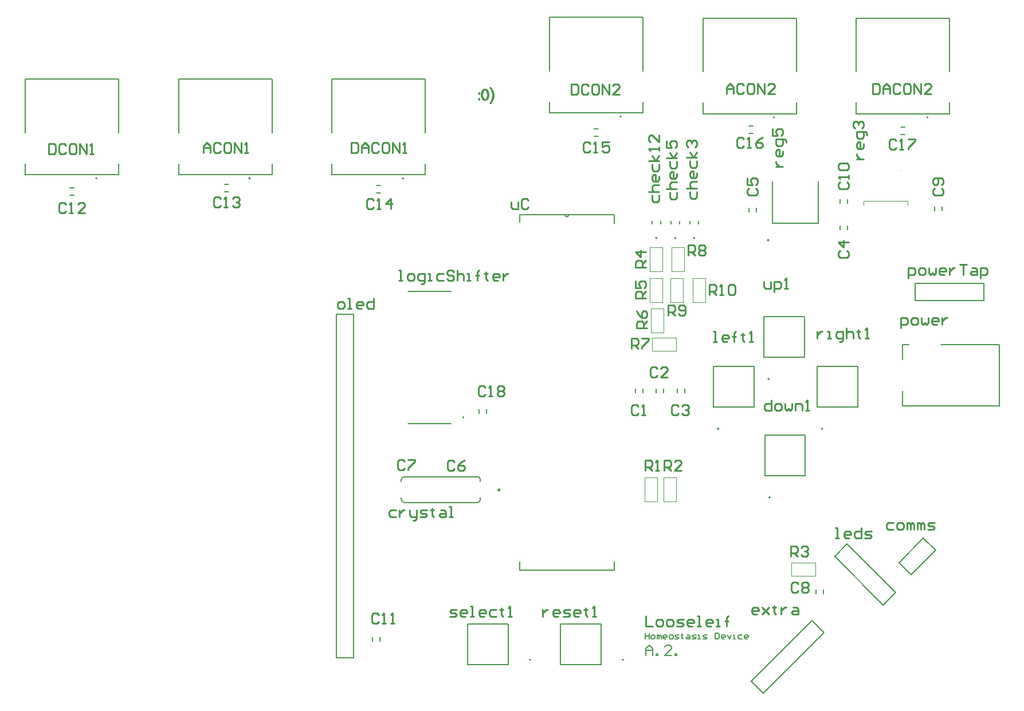
<source format=gto>
G04*
G04 #@! TF.GenerationSoftware,Altium Limited,Altium Designer,22.1.2 (22)*
G04*
G04 Layer_Color=65535*
%FSLAX25Y25*%
%MOIN*%
G70*
G04*
G04 #@! TF.SameCoordinates,6339715F-6F4B-4C81-9F29-0EB7974063C6*
G04*
G04*
G04 #@! TF.FilePolarity,Positive*
G04*
G01*
G75*
%ADD10C,0.00787*%
%ADD11C,0.01575*%
%ADD12C,0.00500*%
%ADD13C,0.00394*%
%ADD14C,0.00600*%
%ADD15C,0.00400*%
%ADD16C,0.00591*%
%ADD17C,0.01000*%
D10*
X400394Y270445D02*
G03*
X400394Y270445I-394J0D01*
G01*
X422394D02*
G03*
X422394Y270445I-394J0D01*
G01*
X411394D02*
G03*
X411394Y270445I-394J0D01*
G01*
X163830Y305177D02*
G03*
X163830Y305177I-394J0D01*
G01*
X253092D02*
G03*
X253092Y305177I-394J0D01*
G01*
X465612Y269244D02*
G03*
X465612Y269244I-557J0D01*
G01*
X74567Y305177D02*
G03*
X74567Y305177I-394J0D01*
G01*
X558092Y340677D02*
G03*
X558092Y340677I-394J0D01*
G01*
X468830D02*
G03*
X468830Y340677I-394J0D01*
G01*
X379567Y341177D02*
G03*
X379567Y341177I-394J0D01*
G01*
X465739Y188394D02*
G03*
X465739Y188394I-394J0D01*
G01*
X436339Y159394D02*
G03*
X436339Y159394I-394J0D01*
G01*
X496839D02*
G03*
X496839Y159394I-394J0D01*
G01*
X288216Y166000D02*
G03*
X288216Y166000I-394J0D01*
G01*
X466239Y119394D02*
G03*
X466239Y119394I-394J0D01*
G01*
X381000Y24945D02*
G03*
X381000Y24945I-394J0D01*
G01*
X327000D02*
G03*
X327000Y24945I-394J0D01*
G01*
X214000Y33500D02*
Y226000D01*
Y26000D02*
Y33500D01*
Y26000D02*
X224000D01*
Y226000D01*
X214000D02*
X224000D01*
X122097Y331831D02*
Y362972D01*
Y307224D02*
Y313760D01*
X176428Y331831D02*
Y362972D01*
Y307224D02*
Y313760D01*
X122097Y362972D02*
X176428D01*
X122097Y307224D02*
X176428D01*
X211360Y331831D02*
Y362972D01*
Y307224D02*
Y313760D01*
X265691Y331831D02*
Y362972D01*
Y307224D02*
Y313760D01*
X211360Y362972D02*
X265691D01*
X211360Y307224D02*
X265691D01*
X590500Y234000D02*
Y244000D01*
X550500Y234000D02*
X590500D01*
X550500Y244000D02*
X590500D01*
X550500Y234000D02*
Y244000D01*
X455287Y12358D02*
X462358Y5287D01*
X455287Y12358D02*
X490642Y47713D01*
X462358Y5287D02*
X497713Y40642D01*
X490642Y47713D02*
X497713Y40642D01*
X555399Y95642D02*
X562470Y88571D01*
X548328Y74429D02*
X562470Y88571D01*
X541257Y81500D02*
X548328Y74429D01*
X541257Y81500D02*
X555399Y95642D01*
X32835Y307224D02*
X87165D01*
X32835Y362972D02*
X87165D01*
Y307224D02*
Y313760D01*
Y331831D02*
Y362972D01*
X32835Y307224D02*
Y313760D01*
Y331831D02*
Y362972D01*
X516360Y342724D02*
X570691D01*
X516360Y398472D02*
X570691D01*
Y342724D02*
Y349260D01*
Y367331D02*
Y398472D01*
X516360Y342724D02*
Y349260D01*
Y367331D02*
Y398472D01*
X427097Y342724D02*
X481428D01*
X427097Y398472D02*
X481428D01*
Y342724D02*
Y349260D01*
Y367331D02*
Y398472D01*
X427097Y342724D02*
Y349260D01*
Y367331D02*
Y398472D01*
X337835Y343224D02*
X392165D01*
X337835Y398972D02*
X392165D01*
Y343224D02*
Y349760D01*
Y367831D02*
Y398972D01*
X337835Y343224D02*
Y349760D01*
Y367831D02*
Y398972D01*
X532071Y56858D02*
X539142Y63929D01*
X503787Y85142D02*
X532071Y56858D01*
X510858Y92213D02*
X539142Y63929D01*
X503787Y85142D02*
X510858Y92213D01*
D11*
X308559Y123803D02*
G03*
X308559Y123803I-197J0D01*
G01*
D12*
X295961Y116520D02*
G03*
X297732Y118291I0J1772D01*
G01*
X253441Y131480D02*
G03*
X251669Y129709I0J-1772D01*
G01*
Y118291D02*
G03*
X253441Y116520I1772J0D01*
G01*
X297732Y129709D02*
G03*
X295961Y131480I-1772J0D01*
G01*
X397539Y278594D02*
Y280406D01*
X402461Y278594D02*
Y280406D01*
X419539Y278594D02*
Y280406D01*
X424461Y278594D02*
Y280406D01*
X408539Y278594D02*
Y280406D01*
X413461Y278594D02*
Y280406D01*
X253441Y116520D02*
X295961D01*
X251669Y118291D02*
Y119276D01*
Y128724D02*
Y129709D01*
X253441Y131480D02*
X295961D01*
X297732Y128724D02*
Y129709D01*
Y118291D02*
Y119276D01*
X467752Y278890D02*
Y303378D01*
Y278890D02*
X494248D01*
Y303378D01*
X462589Y201189D02*
Y224811D01*
Y201189D02*
X486211D01*
Y224811D01*
X462589D02*
X486211D01*
X433189Y172189D02*
Y195811D01*
Y172189D02*
X456811D01*
Y195811D01*
X433189D02*
X456811D01*
X493689Y172189D02*
Y195811D01*
Y172189D02*
X517311D01*
Y195811D01*
X493689D02*
X517311D01*
X255500Y162516D02*
X280500D01*
X255500Y239484D02*
X280500D01*
X463089Y132189D02*
Y155811D01*
Y132189D02*
X486711D01*
Y155811D01*
X463089D02*
X486711D01*
X344189Y22189D02*
X367811D01*
Y45811D01*
X344189D02*
X367811D01*
X344189Y22189D02*
Y45811D01*
X290189Y22189D02*
X313811D01*
Y45811D01*
X290189D02*
X313811D01*
X290189Y22189D02*
Y45811D01*
X543228Y172783D02*
X599528D01*
X543228D02*
Y181445D01*
Y199555D02*
Y208217D01*
X546772D01*
X565669D02*
X599528D01*
Y172783D02*
Y208217D01*
X394000Y27500D02*
Y31499D01*
X395999Y33498D01*
X397999Y31499D01*
Y27500D01*
Y30499D01*
X394000D01*
X399998Y27500D02*
Y28500D01*
X400998D01*
Y27500D01*
X399998D01*
X408995D02*
X404996D01*
X408995Y31499D01*
Y32498D01*
X407996Y33498D01*
X405996D01*
X404996Y32498D01*
X410994Y27500D02*
Y28500D01*
X411994D01*
Y27500D01*
X410994D01*
X393500Y40499D02*
Y37000D01*
Y38749D01*
X395833D01*
Y40499D01*
Y37000D01*
X397582D02*
X398748D01*
X399331Y37583D01*
Y38749D01*
X398748Y39333D01*
X397582D01*
X396999Y38749D01*
Y37583D01*
X397582Y37000D01*
X400498D02*
Y39333D01*
X401081D01*
X401664Y38749D01*
Y37000D01*
Y38749D01*
X402247Y39333D01*
X402830Y38749D01*
Y37000D01*
X405746D02*
X404580D01*
X403997Y37583D01*
Y38749D01*
X404580Y39333D01*
X405746D01*
X406329Y38749D01*
Y38166D01*
X403997D01*
X408079Y37000D02*
X409245D01*
X409828Y37583D01*
Y38749D01*
X409245Y39333D01*
X408079D01*
X407495Y38749D01*
Y37583D01*
X408079Y37000D01*
X410994D02*
X412744D01*
X413327Y37583D01*
X412744Y38166D01*
X411578D01*
X410994Y38749D01*
X411578Y39333D01*
X413327D01*
X415076Y39916D02*
Y39333D01*
X414493D01*
X415660D01*
X415076D01*
Y37583D01*
X415660Y37000D01*
X417992Y39333D02*
X419158D01*
X419741Y38749D01*
Y37000D01*
X417992D01*
X417409Y37583D01*
X417992Y38166D01*
X419741D01*
X420908Y37000D02*
X422657D01*
X423240Y37583D01*
X422657Y38166D01*
X421491D01*
X420908Y38749D01*
X421491Y39333D01*
X423240D01*
X424407Y37000D02*
X425573D01*
X424990D01*
Y39333D01*
X424407D01*
X427322Y37000D02*
X429072D01*
X429655Y37583D01*
X429072Y38166D01*
X427906D01*
X427322Y38749D01*
X427906Y39333D01*
X429655D01*
X434320Y40499D02*
Y37000D01*
X436070D01*
X436653Y37583D01*
Y39916D01*
X436070Y40499D01*
X434320D01*
X439568Y37000D02*
X438402D01*
X437819Y37583D01*
Y38749D01*
X438402Y39333D01*
X439568D01*
X440152Y38749D01*
Y38166D01*
X437819D01*
X441318Y39333D02*
X442484Y37000D01*
X443650Y39333D01*
X444817Y37000D02*
X445983D01*
X445400D01*
Y39333D01*
X444817D01*
X450065D02*
X448316D01*
X447732Y38749D01*
Y37583D01*
X448316Y37000D01*
X450065D01*
X452981D02*
X451815D01*
X451231Y37583D01*
Y38749D01*
X451815Y39333D01*
X452981D01*
X453564Y38749D01*
Y38166D01*
X451231D01*
D13*
X542555Y309768D02*
G03*
X542161Y309768I-197J0D01*
G01*
D02*
G03*
X542555Y309768I197J0D01*
G01*
X520705Y289689D02*
Y292051D01*
X546295D01*
Y289689D02*
Y292051D01*
D14*
X346800Y284000D02*
G03*
X349200Y284000I1200J0D01*
G01*
X320500Y77000D02*
Y82100D01*
Y279800D02*
Y284000D01*
X346800D01*
X349200D01*
X375500D01*
Y77000D02*
Y82100D01*
X320500Y77000D02*
X375500D01*
Y278900D02*
Y284000D01*
D15*
X421300Y233000D02*
Y247000D01*
Y233000D02*
X428700D01*
Y247000D01*
X421300D02*
X428700D01*
X408300Y233000D02*
Y247000D01*
Y233000D02*
X415700D01*
Y247000D01*
X408300D02*
X415700D01*
X408800Y251000D02*
Y265000D01*
Y251000D02*
X416200D01*
Y265000D01*
X408800D02*
X416200D01*
X397500Y204800D02*
X411500D01*
Y212200D01*
X397500D02*
X411500D01*
X397500Y204800D02*
Y212200D01*
X396800Y215500D02*
Y229500D01*
Y215500D02*
X404200D01*
Y229500D01*
X396800D02*
X404200D01*
X396300Y233000D02*
Y247000D01*
Y233000D02*
X403700D01*
Y247000D01*
X396300D02*
X403700D01*
X396300Y251000D02*
Y265000D01*
Y251000D02*
X403700D01*
Y265000D01*
X396300D02*
X403700D01*
X411700Y117000D02*
Y131000D01*
X404300D02*
X411700D01*
X404300Y117000D02*
Y131000D01*
Y117000D02*
X411700D01*
X400700D02*
Y131000D01*
X393300D02*
X400700D01*
X393300Y117000D02*
Y131000D01*
Y117000D02*
X400700D01*
X478500Y81200D02*
X492500D01*
X478500Y73800D02*
Y81200D01*
Y73800D02*
X492500D01*
Y81200D01*
D16*
X296835Y168319D02*
Y170681D01*
X301165Y168319D02*
Y170681D01*
X416665Y180319D02*
Y182681D01*
X412335Y180319D02*
Y182681D01*
X404165Y180319D02*
Y182681D01*
X399835Y180319D02*
Y182681D01*
X392165Y180319D02*
Y182681D01*
X387835Y180319D02*
Y182681D01*
X458165Y285819D02*
Y288181D01*
X453835Y285819D02*
Y288181D01*
X566165Y286319D02*
Y288681D01*
X561835Y286319D02*
Y288681D01*
X506835Y275319D02*
Y277681D01*
X511165Y275319D02*
Y277681D01*
Y290819D02*
Y293181D01*
X506835Y290819D02*
Y293181D01*
X542319Y335165D02*
X544681D01*
X542319Y330835D02*
X544681D01*
X453819Y335665D02*
X456181D01*
X453819Y331335D02*
X456181D01*
X363819Y334165D02*
X366181D01*
X363819Y329835D02*
X366181D01*
X237319Y301165D02*
X239681D01*
X237319Y296835D02*
X239681D01*
X58819Y299665D02*
X61181D01*
X58819Y295335D02*
X61181D01*
X148819Y301665D02*
X151181D01*
X148819Y297335D02*
X151181D01*
X492835Y63319D02*
Y65681D01*
X497165Y63319D02*
Y65681D01*
X239165Y35819D02*
Y38181D01*
X234835Y35819D02*
Y38181D01*
D17*
X394000Y50498D02*
Y44500D01*
X397999D01*
X400998D02*
X402997D01*
X403997Y45500D01*
Y47499D01*
X402997Y48499D01*
X400998D01*
X399998Y47499D01*
Y45500D01*
X400998Y44500D01*
X406996D02*
X408995D01*
X409995Y45500D01*
Y47499D01*
X408995Y48499D01*
X406996D01*
X405996Y47499D01*
Y45500D01*
X406996Y44500D01*
X411994D02*
X414993D01*
X415993Y45500D01*
X414993Y46499D01*
X412994D01*
X411994Y47499D01*
X412994Y48499D01*
X415993D01*
X420991Y44500D02*
X418992D01*
X417992Y45500D01*
Y47499D01*
X418992Y48499D01*
X420991D01*
X421991Y47499D01*
Y46499D01*
X417992D01*
X423990Y44500D02*
X425990D01*
X424990D01*
Y50498D01*
X423990D01*
X431988Y44500D02*
X429988D01*
X428989Y45500D01*
Y47499D01*
X429988Y48499D01*
X431988D01*
X432987Y47499D01*
Y46499D01*
X428989D01*
X434987Y44500D02*
X436986D01*
X435986D01*
Y48499D01*
X434987D01*
X440985Y44500D02*
Y49498D01*
Y47499D01*
X439985D01*
X441985D01*
X440985D01*
Y49498D01*
X441985Y50498D01*
X296786Y354999D02*
X296500Y354713D01*
X296786Y354427D01*
X297071Y354713D01*
X296786Y354999D01*
Y351571D02*
X296500Y351285D01*
X296786Y351000D01*
X297071Y351285D01*
X296786Y351571D01*
X300013Y356998D02*
X299157Y356713D01*
X298585Y355856D01*
X298300Y354427D01*
Y353570D01*
X298585Y352142D01*
X299157Y351285D01*
X300013Y351000D01*
X300585D01*
X301442Y351285D01*
X302013Y352142D01*
X302299Y353570D01*
Y354427D01*
X302013Y355856D01*
X301442Y356713D01*
X300585Y356998D01*
X300013D01*
X299442Y356713D01*
X299157Y356427D01*
X298871Y355856D01*
X298585Y354427D01*
Y353570D01*
X298871Y352142D01*
X299157Y351571D01*
X299442Y351285D01*
X300013Y351000D01*
X300585D02*
X301156Y351285D01*
X301442Y351571D01*
X301727Y352142D01*
X302013Y353570D01*
Y354427D01*
X301727Y355856D01*
X301442Y356427D01*
X301156Y356713D01*
X300585Y356998D01*
X303184Y358141D02*
X303756Y357570D01*
X304327Y356713D01*
X304898Y355570D01*
X305184Y354142D01*
Y352999D01*
X304898Y351571D01*
X304327Y350428D01*
X303756Y349571D01*
X303184Y349000D01*
X303756Y357570D02*
X304327Y356427D01*
X304613Y355570D01*
X304898Y354142D01*
Y352999D01*
X304613Y351571D01*
X304327Y350714D01*
X303756Y349571D01*
X418502Y260501D02*
Y266499D01*
X421501D01*
X422500Y265499D01*
Y263500D01*
X421501Y262500D01*
X418502D01*
X420501D02*
X422500Y260501D01*
X424500Y265499D02*
X425499Y266499D01*
X427499D01*
X428498Y265499D01*
Y264500D01*
X427499Y263500D01*
X428498Y262500D01*
Y261501D01*
X427499Y260501D01*
X425499D01*
X424500Y261501D01*
Y262500D01*
X425499Y263500D01*
X424500Y264500D01*
Y265499D01*
X425499Y263500D02*
X427499D01*
X397500Y295505D02*
Y292506D01*
X398500Y291506D01*
X400499D01*
X401499Y292506D01*
Y295505D01*
X395501Y297504D02*
X401499D01*
X398500D01*
X397500Y298504D01*
Y300503D01*
X398500Y301503D01*
X401499D01*
Y306502D02*
Y304502D01*
X400499Y303502D01*
X398500D01*
X397500Y304502D01*
Y306502D01*
X398500Y307501D01*
X399500D01*
Y303502D01*
X397500Y313499D02*
Y310500D01*
X398500Y309501D01*
X400499D01*
X401499Y310500D01*
Y313499D01*
Y315498D02*
X395501D01*
X399500D02*
X397500Y318498D01*
X399500Y315498D02*
X401499Y318498D01*
Y321497D02*
Y323496D01*
Y322496D01*
X395501D01*
X396501Y321497D01*
X401499Y330494D02*
Y326495D01*
X397500Y330494D01*
X396501D01*
X395501Y329494D01*
Y327495D01*
X396501Y326495D01*
X408000Y297004D02*
Y294005D01*
X409000Y293005D01*
X410999D01*
X411999Y294005D01*
Y297004D01*
X406001Y299004D02*
X411999D01*
X409000D01*
X408000Y300003D01*
Y302003D01*
X409000Y303002D01*
X411999D01*
Y308001D02*
Y306001D01*
X410999Y305002D01*
X409000D01*
X408000Y306001D01*
Y308001D01*
X409000Y309000D01*
X410000D01*
Y305002D01*
X408000Y314998D02*
Y311999D01*
X409000Y311000D01*
X410999D01*
X411999Y311999D01*
Y314998D01*
Y316998D02*
X406001D01*
X410000D02*
X408000Y319997D01*
X410000Y316998D02*
X411999Y319997D01*
X406001Y326994D02*
Y322996D01*
X409000D01*
X408000Y324995D01*
Y325995D01*
X409000Y326994D01*
X410999D01*
X411999Y325995D01*
Y323995D01*
X410999Y322996D01*
X419500Y297433D02*
Y294434D01*
X420500Y293435D01*
X422499D01*
X423499Y294434D01*
Y297433D01*
X417501Y299433D02*
X423499D01*
X420500D01*
X419500Y300432D01*
Y302432D01*
X420500Y303431D01*
X423499D01*
Y308430D02*
Y306430D01*
X422499Y305431D01*
X420500D01*
X419500Y306430D01*
Y308430D01*
X420500Y309430D01*
X421500D01*
Y305431D01*
X419500Y315427D02*
Y312428D01*
X420500Y311429D01*
X422499D01*
X423499Y312428D01*
Y315427D01*
Y317427D02*
X417501D01*
X421500D02*
X419500Y320426D01*
X421500Y317427D02*
X423499Y320426D01*
X418501Y323425D02*
X417501Y324425D01*
Y326424D01*
X418501Y327424D01*
X419500D01*
X420500Y326424D01*
Y325424D01*
Y326424D01*
X421500Y327424D01*
X422499D01*
X423499Y326424D01*
Y324425D01*
X422499Y323425D01*
X431002Y237501D02*
Y243499D01*
X434001D01*
X435001Y242499D01*
Y240500D01*
X434001Y239500D01*
X431002D01*
X433002D02*
X435001Y237501D01*
X437001D02*
X439000D01*
X438000D01*
Y243499D01*
X437001Y242499D01*
X441999D02*
X442999Y243499D01*
X444998D01*
X445998Y242499D01*
Y238501D01*
X444998Y237501D01*
X442999D01*
X441999Y238501D01*
Y242499D01*
X407002Y225501D02*
Y231499D01*
X410001D01*
X411000Y230499D01*
Y228500D01*
X410001Y227500D01*
X407002D01*
X409001D02*
X411000Y225501D01*
X413000Y226501D02*
X413999Y225501D01*
X415999D01*
X416998Y226501D01*
Y230499D01*
X415999Y231499D01*
X413999D01*
X413000Y230499D01*
Y229500D01*
X413999Y228500D01*
X416998D01*
X385502Y206001D02*
Y211999D01*
X388501D01*
X389500Y210999D01*
Y209000D01*
X388501Y208000D01*
X385502D01*
X387501D02*
X389500Y206001D01*
X391500Y211999D02*
X395498D01*
Y210999D01*
X391500Y207001D01*
Y206001D01*
X394499Y218002D02*
X388501D01*
Y221001D01*
X389501Y222000D01*
X391500D01*
X392500Y221001D01*
Y218002D01*
Y220001D02*
X394499Y222000D01*
X388501Y227998D02*
X389501Y225999D01*
X391500Y224000D01*
X393499D01*
X394499Y224999D01*
Y226999D01*
X393499Y227998D01*
X392500D01*
X391500Y226999D01*
Y224000D01*
X393999Y235502D02*
X388001D01*
Y238501D01*
X389001Y239500D01*
X391000D01*
X392000Y238501D01*
Y235502D01*
Y237501D02*
X393999Y239500D01*
X388001Y245498D02*
Y241500D01*
X391000D01*
X390000Y243499D01*
Y244499D01*
X391000Y245498D01*
X392999D01*
X393999Y244499D01*
Y242499D01*
X392999Y241500D01*
X393999Y253502D02*
X388001D01*
Y256501D01*
X389001Y257500D01*
X391000D01*
X392000Y256501D01*
Y253502D01*
Y255501D02*
X393999Y257500D01*
Y262499D02*
X388001D01*
X391000Y259500D01*
Y263498D01*
X300599Y183498D02*
X299599Y184498D01*
X297600D01*
X296600Y183498D01*
Y179500D01*
X297600Y178500D01*
X299599D01*
X300599Y179500D01*
X302598Y178500D02*
X304597D01*
X303598D01*
Y184498D01*
X302598Y183498D01*
X307596D02*
X308596Y184498D01*
X310595D01*
X311595Y183498D01*
Y182499D01*
X310595Y181499D01*
X311595Y180499D01*
Y179500D01*
X310595Y178500D01*
X308596D01*
X307596Y179500D01*
Y180499D01*
X308596Y181499D01*
X307596Y182499D01*
Y183498D01*
X308596Y181499D02*
X310595D01*
X539501Y326999D02*
X538502Y327999D01*
X536502D01*
X535502Y326999D01*
Y323001D01*
X536502Y322001D01*
X538502D01*
X539501Y323001D01*
X541501Y322001D02*
X543500D01*
X542500D01*
Y327999D01*
X541501Y326999D01*
X546499Y327999D02*
X550498D01*
Y326999D01*
X546499Y323001D01*
Y322001D01*
X451001Y327999D02*
X450001Y328999D01*
X448002D01*
X447002Y327999D01*
Y324001D01*
X448002Y323001D01*
X450001D01*
X451001Y324001D01*
X453000Y323001D02*
X455000D01*
X454000D01*
Y328999D01*
X453000Y327999D01*
X461998Y328999D02*
X459998Y327999D01*
X457999Y326000D01*
Y324001D01*
X458998Y323001D01*
X460998D01*
X461998Y324001D01*
Y325000D01*
X460998Y326000D01*
X457999D01*
X361501Y325499D02*
X360502Y326499D01*
X358502D01*
X357502Y325499D01*
Y321501D01*
X358502Y320501D01*
X360502D01*
X361501Y321501D01*
X363500Y320501D02*
X365500D01*
X364500D01*
Y326499D01*
X363500Y325499D01*
X372498Y326499D02*
X368499D01*
Y323500D01*
X370498Y324500D01*
X371498D01*
X372498Y323500D01*
Y321501D01*
X371498Y320501D01*
X369498D01*
X368499Y321501D01*
X235501Y292499D02*
X234502Y293499D01*
X232502D01*
X231502Y292499D01*
Y288501D01*
X232502Y287501D01*
X234502D01*
X235501Y288501D01*
X237501Y287501D02*
X239500D01*
X238500D01*
Y293499D01*
X237501Y292499D01*
X245498Y287501D02*
Y293499D01*
X242499Y290500D01*
X246498D01*
X146501Y293499D02*
X145501Y294499D01*
X143502D01*
X142502Y293499D01*
Y289501D01*
X143502Y288501D01*
X145501D01*
X146501Y289501D01*
X148501Y288501D02*
X150500D01*
X149500D01*
Y294499D01*
X148501Y293499D01*
X153499D02*
X154499Y294499D01*
X156498D01*
X157498Y293499D01*
Y292500D01*
X156498Y291500D01*
X155498D01*
X156498D01*
X157498Y290500D01*
Y289501D01*
X156498Y288501D01*
X154499D01*
X153499Y289501D01*
X56501Y289999D02*
X55502Y290999D01*
X53502D01*
X52502Y289999D01*
Y286001D01*
X53502Y285001D01*
X55502D01*
X56501Y286001D01*
X58500Y285001D02*
X60500D01*
X59500D01*
Y290999D01*
X58500Y289999D01*
X67498Y285001D02*
X63499D01*
X67498Y289000D01*
Y289999D01*
X66498Y290999D01*
X64499D01*
X63499Y289999D01*
X546507Y247001D02*
Y252999D01*
X549507D01*
X550506Y252000D01*
Y250000D01*
X549507Y249001D01*
X546507D01*
X553505D02*
X555505D01*
X556504Y250000D01*
Y252000D01*
X555505Y252999D01*
X553505D01*
X552505Y252000D01*
Y250000D01*
X553505Y249001D01*
X558504Y252999D02*
Y250000D01*
X559503Y249001D01*
X560503Y250000D01*
X561503Y249001D01*
X562502Y250000D01*
Y252999D01*
X567501Y249001D02*
X565501D01*
X564502Y250000D01*
Y252000D01*
X565501Y252999D01*
X567501D01*
X568500Y252000D01*
Y251000D01*
X564502D01*
X570500Y252999D02*
Y249001D01*
Y251000D01*
X571499Y252000D01*
X572499Y252999D01*
X573499D01*
X576498Y254999D02*
X580497D01*
X578497D01*
Y249001D01*
X583496Y252999D02*
X585495D01*
X586494Y252000D01*
Y249001D01*
X583496D01*
X582496Y250000D01*
X583496Y251000D01*
X586494D01*
X588494Y247001D02*
Y252999D01*
X591493D01*
X592493Y252000D01*
Y250000D01*
X591493Y249001D01*
X588494D01*
X458699Y51300D02*
X456700D01*
X455700Y52300D01*
Y54299D01*
X456700Y55299D01*
X458699D01*
X459699Y54299D01*
Y53299D01*
X455700D01*
X461698Y55299D02*
X465697Y51300D01*
X463697Y53299D01*
X465697Y55299D01*
X461698Y51300D01*
X468696Y56298D02*
Y55299D01*
X467696D01*
X469696D01*
X468696D01*
Y52300D01*
X469696Y51300D01*
X472694Y55299D02*
Y51300D01*
Y53299D01*
X473694Y54299D01*
X474694Y55299D01*
X475694D01*
X479692D02*
X481692D01*
X482691Y54299D01*
Y51300D01*
X479692D01*
X478693Y52300D01*
X479692Y53299D01*
X482691D01*
X315600Y291299D02*
Y288300D01*
X316600Y287300D01*
X319599D01*
Y291299D01*
X325597Y292298D02*
X324597Y293298D01*
X322598D01*
X321598Y292298D01*
Y288300D01*
X322598Y287300D01*
X324597D01*
X325597Y288300D01*
X462500Y245099D02*
Y242100D01*
X463500Y241100D01*
X466499D01*
Y245099D01*
X468498Y239101D02*
Y245099D01*
X471497D01*
X472497Y244099D01*
Y242100D01*
X471497Y241100D01*
X468498D01*
X474496D02*
X476496D01*
X475496D01*
Y247098D01*
X474496Y246098D01*
X279900Y49900D02*
X282899D01*
X283899Y50900D01*
X282899Y51899D01*
X280900D01*
X279900Y52899D01*
X280900Y53899D01*
X283899D01*
X288897Y49900D02*
X286898D01*
X285898Y50900D01*
Y52899D01*
X286898Y53899D01*
X288897D01*
X289897Y52899D01*
Y51899D01*
X285898D01*
X291896Y49900D02*
X293896D01*
X292896D01*
Y55898D01*
X291896D01*
X299893Y49900D02*
X297894D01*
X296895Y50900D01*
Y52899D01*
X297894Y53899D01*
X299893D01*
X300893Y52899D01*
Y51899D01*
X296895D01*
X306891Y53899D02*
X303892D01*
X302893Y52899D01*
Y50900D01*
X303892Y49900D01*
X306891D01*
X309890Y54898D02*
Y53899D01*
X308891D01*
X310890D01*
X309890D01*
Y50900D01*
X310890Y49900D01*
X313889D02*
X315888D01*
X314889D01*
Y55898D01*
X313889Y54898D01*
X493600Y216099D02*
Y212100D01*
Y214099D01*
X494600Y215099D01*
X495599Y216099D01*
X496599D01*
X499598Y212100D02*
X501597D01*
X500598D01*
Y216099D01*
X499598D01*
X506596Y210101D02*
X507595D01*
X508595Y211100D01*
Y216099D01*
X505596D01*
X504596Y215099D01*
Y213100D01*
X505596Y212100D01*
X508595D01*
X510595Y218098D02*
Y212100D01*
Y215099D01*
X511594Y216099D01*
X513593D01*
X514593Y215099D01*
Y212100D01*
X517592Y217098D02*
Y216099D01*
X516593D01*
X518592D01*
X517592D01*
Y213100D01*
X518592Y212100D01*
X521591D02*
X523590D01*
X522591D01*
Y218098D01*
X521591Y217098D01*
X333900Y53899D02*
Y49900D01*
Y51899D01*
X334900Y52899D01*
X335899Y53899D01*
X336899D01*
X342897Y49900D02*
X340898D01*
X339898Y50900D01*
Y52899D01*
X340898Y53899D01*
X342897D01*
X343897Y52899D01*
Y51899D01*
X339898D01*
X345896Y49900D02*
X348895D01*
X349895Y50900D01*
X348895Y51899D01*
X346896D01*
X345896Y52899D01*
X346896Y53899D01*
X349895D01*
X354893Y49900D02*
X352894D01*
X351894Y50900D01*
Y52899D01*
X352894Y53899D01*
X354893D01*
X355893Y52899D01*
Y51899D01*
X351894D01*
X358892Y54898D02*
Y53899D01*
X357892D01*
X359892D01*
X358892D01*
Y50900D01*
X359892Y49900D01*
X362891D02*
X364890D01*
X363890D01*
Y55898D01*
X362891Y54898D01*
X469501Y312004D02*
X473499D01*
X471500D01*
X470500Y313003D01*
X469501Y314003D01*
Y315003D01*
X473499Y321001D02*
Y319001D01*
X472500Y318002D01*
X470500D01*
X469501Y319001D01*
Y321001D01*
X470500Y322000D01*
X471500D01*
Y318002D01*
X475499Y325999D02*
Y326999D01*
X474499Y327998D01*
X469501D01*
Y324999D01*
X470500Y324000D01*
X472500D01*
X473499Y324999D01*
Y327998D01*
X467501Y333997D02*
Y329998D01*
X470500D01*
X469501Y331997D01*
Y332997D01*
X470500Y333997D01*
X472500D01*
X473499Y332997D01*
Y330997D01*
X472500Y329998D01*
X516501Y316504D02*
X520499D01*
X518500D01*
X517500Y317503D01*
X516501Y318503D01*
Y319503D01*
X520499Y325501D02*
Y323501D01*
X519500Y322502D01*
X517500D01*
X516501Y323501D01*
Y325501D01*
X517500Y326500D01*
X518500D01*
Y322502D01*
X522499Y330499D02*
Y331499D01*
X521499Y332498D01*
X516501D01*
Y329499D01*
X517500Y328500D01*
X519500D01*
X520499Y329499D01*
Y332498D01*
X515501Y334498D02*
X514501Y335497D01*
Y337497D01*
X515501Y338496D01*
X516501D01*
X517500Y337497D01*
Y336497D01*
Y337497D01*
X518500Y338496D01*
X519500D01*
X520499Y337497D01*
Y335497D01*
X519500Y334498D01*
X478400Y85000D02*
Y90998D01*
X481399D01*
X482399Y89998D01*
Y87999D01*
X481399Y86999D01*
X478400D01*
X480399D02*
X482399Y85000D01*
X484398Y89998D02*
X485398Y90998D01*
X487397D01*
X488397Y89998D01*
Y88999D01*
X487397Y87999D01*
X486397D01*
X487397D01*
X488397Y86999D01*
Y86000D01*
X487397Y85000D01*
X485398D01*
X484398Y86000D01*
X404500Y135100D02*
Y141098D01*
X407499D01*
X408499Y140098D01*
Y138099D01*
X407499Y137099D01*
X404500D01*
X406499D02*
X408499Y135100D01*
X414497D02*
X410498D01*
X414497Y139099D01*
Y140098D01*
X413497Y141098D01*
X411498D01*
X410498Y140098D01*
X393500Y135100D02*
Y141098D01*
X396499D01*
X397499Y140098D01*
Y138099D01*
X396499Y137099D01*
X393500D01*
X395499D02*
X397499Y135100D01*
X399498D02*
X401497D01*
X400498D01*
Y141098D01*
X399498Y140098D01*
X542400Y218101D02*
Y224099D01*
X545399D01*
X546399Y223099D01*
Y221100D01*
X545399Y220100D01*
X542400D01*
X549398D02*
X551397D01*
X552397Y221100D01*
Y223099D01*
X551397Y224099D01*
X549398D01*
X548398Y223099D01*
Y221100D01*
X549398Y220100D01*
X554396Y224099D02*
Y221100D01*
X555396Y220100D01*
X556395Y221100D01*
X557395Y220100D01*
X558395Y221100D01*
Y224099D01*
X563393Y220100D02*
X561394D01*
X560394Y221100D01*
Y223099D01*
X561394Y224099D01*
X563393D01*
X564393Y223099D01*
Y222099D01*
X560394D01*
X566392Y224099D02*
Y220100D01*
Y222099D01*
X567392Y223099D01*
X568392Y224099D01*
X569391D01*
X215600Y229400D02*
X217599D01*
X218599Y230400D01*
Y232399D01*
X217599Y233399D01*
X215600D01*
X214600Y232399D01*
Y230400D01*
X215600Y229400D01*
X220598D02*
X222597D01*
X221598D01*
Y235398D01*
X220598D01*
X228595Y229400D02*
X226596D01*
X225596Y230400D01*
Y232399D01*
X226596Y233399D01*
X228595D01*
X229595Y232399D01*
Y231399D01*
X225596D01*
X235593Y235398D02*
Y229400D01*
X232594D01*
X231594Y230400D01*
Y232399D01*
X232594Y233399D01*
X235593D01*
X250100Y245800D02*
X252099D01*
X251100D01*
Y251798D01*
X250100D01*
X256098Y245800D02*
X258097D01*
X259097Y246800D01*
Y248799D01*
X258097Y249799D01*
X256098D01*
X255098Y248799D01*
Y246800D01*
X256098Y245800D01*
X263096Y243801D02*
X264095D01*
X265095Y244800D01*
Y249799D01*
X262096D01*
X261096Y248799D01*
Y246800D01*
X262096Y245800D01*
X265095D01*
X267094D02*
X269094D01*
X268094D01*
Y249799D01*
X267094D01*
X276092D02*
X273093D01*
X272093Y248799D01*
Y246800D01*
X273093Y245800D01*
X276092D01*
X282090Y250798D02*
X281090Y251798D01*
X279091D01*
X278091Y250798D01*
Y249799D01*
X279091Y248799D01*
X281090D01*
X282090Y247799D01*
Y246800D01*
X281090Y245800D01*
X279091D01*
X278091Y246800D01*
X284089Y251798D02*
Y245800D01*
Y248799D01*
X285089Y249799D01*
X287088D01*
X288088Y248799D01*
Y245800D01*
X290087D02*
X292086D01*
X291087D01*
Y249799D01*
X290087D01*
X296085Y245800D02*
Y250798D01*
Y248799D01*
X295085D01*
X297085D01*
X296085D01*
Y250798D01*
X297085Y251798D01*
X301083Y250798D02*
Y249799D01*
X300084D01*
X302083D01*
X301083D01*
Y246800D01*
X302083Y245800D01*
X308081D02*
X306082D01*
X305082Y246800D01*
Y248799D01*
X306082Y249799D01*
X308081D01*
X309081Y248799D01*
Y247799D01*
X305082D01*
X311080Y249799D02*
Y245800D01*
Y247799D01*
X312080Y248799D01*
X313080Y249799D01*
X314079D01*
X433100Y210100D02*
X435099D01*
X434100D01*
Y216098D01*
X433100D01*
X441097Y210100D02*
X439098D01*
X438098Y211100D01*
Y213099D01*
X439098Y214099D01*
X441097D01*
X442097Y213099D01*
Y212099D01*
X438098D01*
X445096Y210100D02*
Y215098D01*
Y213099D01*
X444096D01*
X446096D01*
X445096D01*
Y215098D01*
X446096Y216098D01*
X450095Y215098D02*
Y214099D01*
X449095D01*
X451094D01*
X450095D01*
Y211100D01*
X451094Y210100D01*
X454093D02*
X456093D01*
X455093D01*
Y216098D01*
X454093Y215098D01*
X504200Y95800D02*
X506199D01*
X505200D01*
Y101798D01*
X504200D01*
X512197Y95800D02*
X510198D01*
X509198Y96800D01*
Y98799D01*
X510198Y99799D01*
X512197D01*
X513197Y98799D01*
Y97799D01*
X509198D01*
X519195Y101798D02*
Y95800D01*
X516196D01*
X515196Y96800D01*
Y98799D01*
X516196Y99799D01*
X519195D01*
X521195Y95800D02*
X524193D01*
X525193Y96800D01*
X524193Y97799D01*
X522194D01*
X521195Y98799D01*
X522194Y99799D01*
X525193D01*
X466999Y176098D02*
Y170100D01*
X464000D01*
X463000Y171100D01*
Y173099D01*
X464000Y174099D01*
X466999D01*
X469998Y170100D02*
X471997D01*
X472997Y171100D01*
Y173099D01*
X471997Y174099D01*
X469998D01*
X468998Y173099D01*
Y171100D01*
X469998Y170100D01*
X474996Y174099D02*
Y171100D01*
X475996Y170100D01*
X476996Y171100D01*
X477995Y170100D01*
X478995Y171100D01*
Y174099D01*
X480994Y170100D02*
Y174099D01*
X483993D01*
X484993Y173099D01*
Y170100D01*
X486992D02*
X488992D01*
X487992D01*
Y176098D01*
X486992Y175098D01*
X350504Y359999D02*
Y354001D01*
X353504D01*
X354503Y355001D01*
Y358999D01*
X353504Y359999D01*
X350504D01*
X360501Y358999D02*
X359502Y359999D01*
X357502D01*
X356503Y358999D01*
Y355001D01*
X357502Y354001D01*
X359502D01*
X360501Y355001D01*
X365500Y359999D02*
X363500D01*
X362501Y358999D01*
Y355001D01*
X363500Y354001D01*
X365500D01*
X366499Y355001D01*
Y358999D01*
X365500Y359999D01*
X368499Y354001D02*
Y359999D01*
X372497Y354001D01*
Y359999D01*
X378496Y354001D02*
X374497D01*
X378496Y358000D01*
Y358999D01*
X377496Y359999D01*
X375497D01*
X374497Y358999D01*
X46504Y325499D02*
Y319501D01*
X49503D01*
X50503Y320501D01*
Y324499D01*
X49503Y325499D01*
X46504D01*
X56501Y324499D02*
X55501Y325499D01*
X53502D01*
X52502Y324499D01*
Y320501D01*
X53502Y319501D01*
X55501D01*
X56501Y320501D01*
X61499Y325499D02*
X59500D01*
X58500Y324499D01*
Y320501D01*
X59500Y319501D01*
X61499D01*
X62499Y320501D01*
Y324499D01*
X61499Y325499D01*
X64498Y319501D02*
Y325499D01*
X68497Y319501D01*
Y325499D01*
X70496Y319501D02*
X72496D01*
X71496D01*
Y325499D01*
X70496Y324499D01*
X526006Y360499D02*
Y354501D01*
X529004D01*
X530004Y355501D01*
Y359499D01*
X529004Y360499D01*
X526006D01*
X532004Y354501D02*
Y358500D01*
X534003Y360499D01*
X536002Y358500D01*
Y354501D01*
Y357500D01*
X532004D01*
X542000Y359499D02*
X541001Y360499D01*
X539001D01*
X538002Y359499D01*
Y355501D01*
X539001Y354501D01*
X541001D01*
X542000Y355501D01*
X546999Y360499D02*
X544999D01*
X544000Y359499D01*
Y355501D01*
X544999Y354501D01*
X546999D01*
X547998Y355501D01*
Y359499D01*
X546999Y360499D01*
X549998Y354501D02*
Y360499D01*
X553997Y354501D01*
Y360499D01*
X559995Y354501D02*
X555996D01*
X559995Y358500D01*
Y359499D01*
X558995Y360499D01*
X556995D01*
X555996Y359499D01*
X222505Y325999D02*
Y320001D01*
X225504D01*
X226504Y321001D01*
Y324999D01*
X225504Y325999D01*
X222505D01*
X228503Y320001D02*
Y324000D01*
X230503Y325999D01*
X232502Y324000D01*
Y320001D01*
Y323000D01*
X228503D01*
X238500Y324999D02*
X237500Y325999D01*
X235501D01*
X234501Y324999D01*
Y321001D01*
X235501Y320001D01*
X237500D01*
X238500Y321001D01*
X243498Y325999D02*
X241499D01*
X240499Y324999D01*
Y321001D01*
X241499Y320001D01*
X243498D01*
X244498Y321001D01*
Y324999D01*
X243498Y325999D01*
X246497Y320001D02*
Y325999D01*
X250496Y320001D01*
Y325999D01*
X252496Y320001D02*
X254495D01*
X253495D01*
Y325999D01*
X252496Y324999D01*
X248505Y111999D02*
X245506D01*
X244506Y111000D01*
Y109000D01*
X245506Y108001D01*
X248505D01*
X250504Y111999D02*
Y108001D01*
Y110000D01*
X251504Y111000D01*
X252503Y111999D01*
X253503D01*
X256502D02*
Y109000D01*
X257502Y108001D01*
X260501D01*
Y107001D01*
X259501Y106001D01*
X258502D01*
X260501Y108001D02*
Y111999D01*
X262500Y108001D02*
X265499D01*
X266499Y109000D01*
X265499Y110000D01*
X263500D01*
X262500Y111000D01*
X263500Y111999D01*
X266499D01*
X269498Y112999D02*
Y111999D01*
X268498D01*
X270498D01*
X269498D01*
Y109000D01*
X270498Y108001D01*
X274496Y111999D02*
X276496D01*
X277495Y111000D01*
Y108001D01*
X274496D01*
X273497Y109000D01*
X274496Y110000D01*
X277495D01*
X279495Y108001D02*
X281494D01*
X280494D01*
Y113999D01*
X279495D01*
X537831Y104672D02*
X534832D01*
X533832Y103672D01*
Y101672D01*
X534832Y100673D01*
X537831D01*
X540830D02*
X542830D01*
X543829Y101672D01*
Y103672D01*
X542830Y104672D01*
X540830D01*
X539830Y103672D01*
Y101672D01*
X540830Y100673D01*
X545828D02*
Y104672D01*
X546828D01*
X547828Y103672D01*
Y100673D01*
Y103672D01*
X548828Y104672D01*
X549827Y103672D01*
Y100673D01*
X551827D02*
Y104672D01*
X552826D01*
X553826Y103672D01*
Y100673D01*
Y103672D01*
X554826Y104672D01*
X555825Y103672D01*
Y100673D01*
X557825D02*
X560824D01*
X561823Y101672D01*
X560824Y102672D01*
X558824D01*
X557825Y103672D01*
X558824Y104672D01*
X561823D01*
X238599Y50998D02*
X237599Y51998D01*
X235600D01*
X234600Y50998D01*
Y47000D01*
X235600Y46000D01*
X237599D01*
X238599Y47000D01*
X240598Y46000D02*
X242597D01*
X241598D01*
Y51998D01*
X240598Y50998D01*
X245596Y46000D02*
X247596D01*
X246596D01*
Y51998D01*
X245596Y50998D01*
X507001Y303001D02*
X506001Y302002D01*
Y300002D01*
X507001Y299002D01*
X510999D01*
X511999Y300002D01*
Y302002D01*
X510999Y303001D01*
X511999Y305000D02*
Y307000D01*
Y306000D01*
X506001D01*
X507001Y305000D01*
Y309999D02*
X506001Y310999D01*
Y312998D01*
X507001Y313998D01*
X510999D01*
X511999Y312998D01*
Y310999D01*
X510999Y309999D01*
X507001D01*
X562001Y299500D02*
X561001Y298501D01*
Y296501D01*
X562001Y295502D01*
X565999D01*
X566999Y296501D01*
Y298501D01*
X565999Y299500D01*
Y301500D02*
X566999Y302499D01*
Y304499D01*
X565999Y305498D01*
X562001D01*
X561001Y304499D01*
Y302499D01*
X562001Y301500D01*
X563000D01*
X564000Y302499D01*
Y305498D01*
X482500Y68999D02*
X481501Y69999D01*
X479501D01*
X478502Y68999D01*
Y65001D01*
X479501Y64001D01*
X481501D01*
X482500Y65001D01*
X484500Y68999D02*
X485499Y69999D01*
X487499D01*
X488498Y68999D01*
Y68000D01*
X487499Y67000D01*
X488498Y66000D01*
Y65001D01*
X487499Y64001D01*
X485499D01*
X484500Y65001D01*
Y66000D01*
X485499Y67000D01*
X484500Y68000D01*
Y68999D01*
X485499Y67000D02*
X487499D01*
X253500Y140499D02*
X252501Y141499D01*
X250501D01*
X249502Y140499D01*
Y136501D01*
X250501Y135501D01*
X252501D01*
X253500Y136501D01*
X255500Y141499D02*
X259498D01*
Y140499D01*
X255500Y136501D01*
Y135501D01*
X282500Y139999D02*
X281501Y140999D01*
X279501D01*
X278502Y139999D01*
Y136001D01*
X279501Y135001D01*
X281501D01*
X282500Y136001D01*
X288498Y140999D02*
X286499Y139999D01*
X284500Y138000D01*
Y136001D01*
X285499Y135001D01*
X287499D01*
X288498Y136001D01*
Y137000D01*
X287499Y138000D01*
X284500D01*
X454001Y299500D02*
X453001Y298501D01*
Y296501D01*
X454001Y295502D01*
X457999D01*
X458999Y296501D01*
Y298501D01*
X457999Y299500D01*
X453001Y305498D02*
Y301500D01*
X456000D01*
X455000Y303499D01*
Y304499D01*
X456000Y305498D01*
X457999D01*
X458999Y304499D01*
Y302499D01*
X457999Y301500D01*
X507001Y263000D02*
X506001Y262001D01*
Y260001D01*
X507001Y259002D01*
X510999D01*
X511999Y260001D01*
Y262001D01*
X510999Y263000D01*
X511999Y267999D02*
X506001D01*
X509000Y265000D01*
Y268998D01*
X413000Y172499D02*
X412001Y173499D01*
X410001D01*
X409002Y172499D01*
Y168501D01*
X410001Y167501D01*
X412001D01*
X413000Y168501D01*
X415000Y172499D02*
X415999Y173499D01*
X417999D01*
X418998Y172499D01*
Y171500D01*
X417999Y170500D01*
X416999D01*
X417999D01*
X418998Y169500D01*
Y168501D01*
X417999Y167501D01*
X415999D01*
X415000Y168501D01*
X400500Y194499D02*
X399501Y195499D01*
X397501D01*
X396502Y194499D01*
Y190501D01*
X397501Y189501D01*
X399501D01*
X400500Y190501D01*
X406498Y189501D02*
X402500D01*
X406498Y193500D01*
Y194499D01*
X405499Y195499D01*
X403499D01*
X402500Y194499D01*
X389500Y172499D02*
X388500Y173499D01*
X386501D01*
X385501Y172499D01*
Y168501D01*
X386501Y167501D01*
X388500D01*
X389500Y168501D01*
X391499Y167501D02*
X393499D01*
X392499D01*
Y173499D01*
X391499Y172499D01*
X441005Y354501D02*
Y358500D01*
X443004Y360499D01*
X445003Y358500D01*
Y354501D01*
Y357500D01*
X441005D01*
X451001Y359499D02*
X450002Y360499D01*
X448002D01*
X447003Y359499D01*
Y355501D01*
X448002Y354501D01*
X450002D01*
X451001Y355501D01*
X456000Y360499D02*
X454000D01*
X453001Y359499D01*
Y355501D01*
X454000Y354501D01*
X456000D01*
X456999Y355501D01*
Y359499D01*
X456000Y360499D01*
X458999Y354501D02*
Y360499D01*
X462997Y354501D01*
Y360499D01*
X468996Y354501D02*
X464997D01*
X468996Y358500D01*
Y359499D01*
X467996Y360499D01*
X465997D01*
X464997Y359499D01*
X136504Y320001D02*
Y324000D01*
X138504Y325999D01*
X140503Y324000D01*
Y320001D01*
Y323000D01*
X136504D01*
X146501Y324999D02*
X145501Y325999D01*
X143502D01*
X142502Y324999D01*
Y321001D01*
X143502Y320001D01*
X145501D01*
X146501Y321001D01*
X151499Y325999D02*
X149500D01*
X148500Y324999D01*
Y321001D01*
X149500Y320001D01*
X151499D01*
X152499Y321001D01*
Y324999D01*
X151499Y325999D01*
X154498Y320001D02*
Y325999D01*
X158497Y320001D01*
Y325999D01*
X160496Y320001D02*
X162496D01*
X161496D01*
Y325999D01*
X160496Y324999D01*
M02*

</source>
